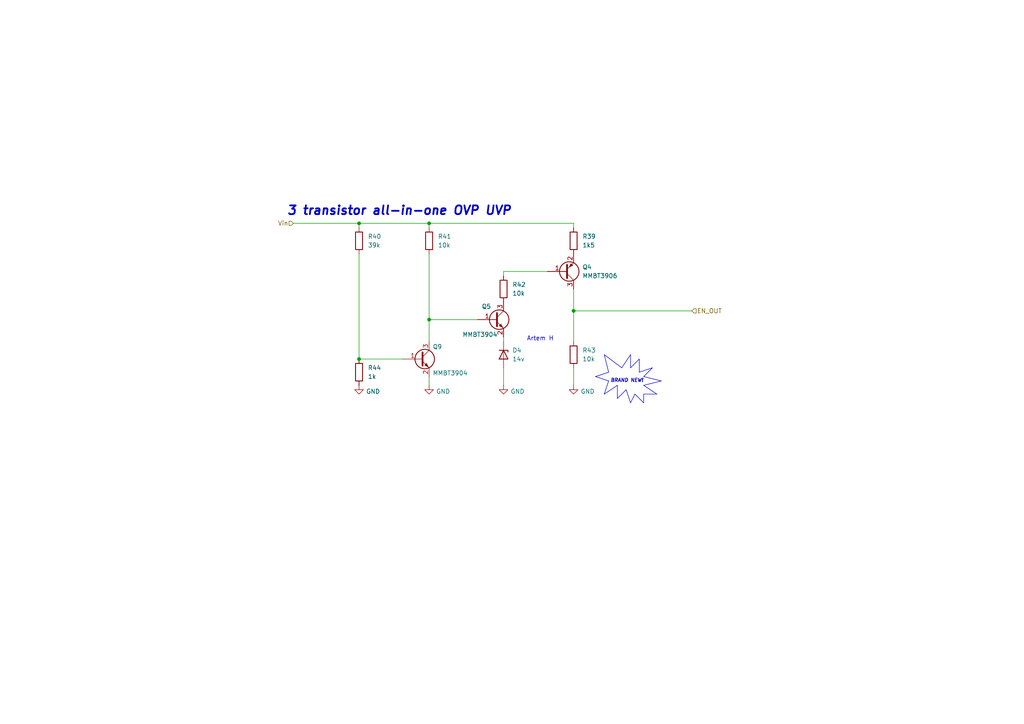
<source format=kicad_sch>
(kicad_sch (version 20231120) (generator "eeschema") (generator_version "8.0")
  (paper "A4")
  (title_block (date "2025-02-04") (rev "A") (company "Artem Horiunov") (comment 1 "DESIGNED IN POLAND"))
  (lib_symbols
    (symbol "Device:D_Zener" (pin_numbers hide) (pin_names (offset 1.016) hide)
      (property "Reference" "D" (at 0 2.54 0))
      (property "Value" "D_Zener" (at 0 -2.54 0))
      (symbol "D_Zener_0_1"
        (polyline (pts (xy 1.27 0) (xy -1.27 0)))
        (polyline (pts (xy -1.27 -1.27) (xy -1.27 1.27) (xy -0.762 1.27)) (stroke (width 0.254)))
        (polyline (pts (xy 1.27 -1.27) (xy 1.27 1.27) (xy -1.27 0) (xy 1.27 -1.27)) (stroke (width 0.254)))
      )
      (symbol "D_Zener_1_1"
        (pin passive line (at -3.81 0 0) (length 2.54) (name "K") (number "1"))
        (pin passive line (at 3.81 0 180) (length 2.54) (name "A") (number "2"))
      )
    )
    (symbol "Device:R" (pin_numbers hide) (pin_names (offset 0))
      (property "Reference" "R" (at 2.032 0 90))
      (property "Value" "R" (at 0 0 90))
      (symbol "R_0_1"
        (rectangle (start -1.016 -2.54) (end 1.016 2.54) (stroke (width 0.254)))
      )
      (symbol "R_1_1"
        (pin passive line (at 0 3.81 270) (length 1.27) (name "~") (number "1"))
        (pin passive line (at 0 -3.81 90) (length 1.27) (name "~") (number "2"))
      )
    )
    (symbol "Transistor_BJT:MMBT3904" (pin_names (offset 0) hide)
      (property "Reference" "Q" (at 5.08 1.905 0))
      (property "Value" "MMBT3904" (at 5.08 0 0))
      (symbol "MMBT3904_0_1"
        (polyline (pts (xy 0.635 0.635) (xy 2.54 2.54)))
        (polyline (pts (xy 0.635 -0.635) (xy 2.54 -2.54) (xy 2.54 -2.54)))
        (polyline (pts (xy 0.635 1.905) (xy 0.635 -1.905) (xy 0.635 -1.905)) (stroke (width 0.508)))
        (polyline (pts (xy 1.27 -1.778) (xy 1.778 -1.27) (xy 2.286 -2.286) (xy 1.27 -1.778) (xy 1.27 -1.778)) (fill (type outline)))
        (circle (center 1.27 0) (radius 2.8194) (stroke (width 0.254)))
      )
      (symbol "MMBT3904_1_1"
        (pin input line (at -5.08 0 0) (length 5.715) (name "B") (number "1"))
        (pin passive line (at 2.54 -5.08 90) (length 2.54) (name "E") (number "2"))
        (pin passive line (at 2.54 5.08 270) (length 2.54) (name "C") (number "3"))
      )
    )
    (symbol "Transistor_BJT:MMBT3906" (pin_names (offset 0) hide)
      (property "Reference" "Q" (at 5.08 1.905 0))
      (property "Value" "MMBT3906" (at 5.08 0 0))
      (symbol "MMBT3906_0_1"
        (polyline (pts (xy 0.635 0.635) (xy 2.54 2.54)))
        (polyline (pts (xy 0.635 -0.635) (xy 2.54 -2.54) (xy 2.54 -2.54)))
        (polyline (pts (xy 0.635 1.905) (xy 0.635 -1.905) (xy 0.635 -1.905)) (stroke (width 0.508)))
        (polyline (pts (xy 2.286 -1.778) (xy 1.778 -2.286) (xy 1.27 -1.27) (xy 2.286 -1.778) (xy 2.286 -1.778)) (fill (type outline)))
        (circle (center 1.27 0) (radius 2.8194) (stroke (width 0.254)))
      )
      (symbol "MMBT3906_1_1"
        (pin input line (at -5.08 0 0) (length 5.715) (name "B") (number "1"))
        (pin passive line (at 2.54 -5.08 90) (length 2.54) (name "E") (number "2"))
        (pin passive line (at 2.54 5.08 270) (length 2.54) (name "C") (number "3"))
      )
    )
    (symbol "power:GND" (power) (pin_numbers hide) (pin_names (offset 0) hide)
      (property "Value" "GND" (at 0 -3.81 0))
      (symbol "GND_0_1"
        (polyline (pts (xy 0 0) (xy 0 -1.27) (xy 1.27 -1.27) (xy 0 -2.54) (xy -1.27 -1.27) (xy 0 -1.27)))
      )
      (symbol "GND_1_1"
        (pin power_in line (at 0 0 270) (length 0) (name "~") (number "1"))
      )
    )
  )
  (junction (at 166.37 90.17))
  (junction (at 124.46 64.77))
  (junction (at 104.14 104.14))
  (junction (at 124.46 92.71))
  (junction (at 104.14 64.77))
  (wire (pts (xy 104.14 104.14) (xy 116.84 104.14)))
  (wire (pts (xy 124.46 92.71) (xy 124.46 99.06)))
  (wire (pts (xy 104.14 64.77) (xy 104.14 66.04)))
  (polyline (pts (xy 179.07 115.57) (xy 179.07 111.76)))
  (wire (pts (xy 166.37 64.77) (xy 166.37 66.04)))
  (wire (pts (xy 146.05 97.79) (xy 146.05 99.06)))
  (polyline (pts (xy 189.23 106.68) (xy 186.69 109.22)))
  (wire (pts (xy 146.05 78.74) (xy 158.75 78.74)))
  (polyline (pts (xy 182.88 116.84) (xy 181.61 113.03)))
  (polyline (pts (xy 186.69 111.76) (xy 190.5 114.3)))
  (polyline (pts (xy 176.53 110.49) (xy 172.72 109.22)))
  (polyline (pts (xy 172.72 109.22) (xy 176.53 107.95)))
  (polyline (pts (xy 186.69 116.84) (xy 184.15 114.3)))
  (polyline (pts (xy 181.61 113.03) (xy 179.07 115.57)))
  (wire (pts (xy 124.46 64.77) (xy 124.46 66.04)))
  (wire (pts (xy 166.37 90.17) (xy 166.37 99.06)))
  (polyline (pts (xy 182.88 102.87) (xy 182.88 106.68)))
  (polyline (pts (xy 185.42 104.14) (xy 185.42 107.95)))
  (polyline (pts (xy 184.15 114.3) (xy 182.88 116.84)))
  (wire (pts (xy 124.46 73.66) (xy 124.46 92.71)))
  (polyline (pts (xy 179.07 111.76) (xy 175.26 114.3)))
  (wire (pts (xy 104.14 73.66) (xy 104.14 104.14)))
  (wire (pts (xy 85.09 64.77) (xy 104.14 64.77)))
  (polyline (pts (xy 186.69 109.22) (xy 191.77 110.49)))
  (polyline (pts (xy 180.34 106.68) (xy 182.88 102.87)))
  (wire (pts (xy 124.46 64.77) (xy 166.37 64.77)))
  (wire (pts (xy 166.37 90.17) (xy 200.66 90.17)))
  (polyline (pts (xy 175.26 114.3) (xy 176.53 110.49)))
  (wire (pts (xy 146.05 106.68) (xy 146.05 111.76)))
  (polyline (pts (xy 191.77 110.49) (xy 186.69 111.76)))
  (polyline (pts (xy 190.5 114.3) (xy 186.69 114.3)))
  (polyline (pts (xy 176.53 107.95) (xy 175.26 102.87)))
  (wire (pts (xy 166.37 83.82) (xy 166.37 90.17)))
  (wire (pts (xy 104.14 64.77) (xy 124.46 64.77)))
  (polyline (pts (xy 185.42 107.95) (xy 189.23 106.68)))
  (wire (pts (xy 166.37 106.68) (xy 166.37 111.76)))
  (polyline (pts (xy 175.26 102.87) (xy 180.34 106.68)))
  (wire (pts (xy 146.05 78.74) (xy 146.05 80.01)))
  (wire (pts (xy 124.46 92.71) (xy 138.43 92.71)))
  (wire (pts (xy 124.46 109.22) (xy 124.46 111.76)))
  (polyline (pts (xy 186.69 114.3) (xy 186.69 116.84)))
  (polyline (pts (xy 182.88 106.68) (xy 185.42 104.14)))
  (text "BRAND NEW!" (at 181.864 110.49 0) (effects (font (size 1.016 1.016) (thickness 0.2032) (bold yes) (italic yes))))
  (text "Artem H" (at 156.718 98.298 0) (effects (font (size 1.27 1.27))))
  (text "3 transistor all-in-one OVP UVP" (at 115.824 61.214 0) (effects (font (size 2.54 2.54) (thickness 0.508) (bold yes) (italic yes))))
  (hierarchical_label "EN_OUT" (shape input) (at 200.66 90.17 0))
  (hierarchical_label "Vin" (shape input) (at 85.09 64.77 180))
  (symbol (lib_id "Device:D_Zener") (at 146.05 102.87 270) (unit 1)
    (property "Reference" "D4" (at 148.59 101.6 90) (effects (justify left)))
    (property "Value" "14v" (at 148.59 104.14 90) (effects (justify left)))
    (property "Footprint" "Diode_SMD:D_SOD-123" (effects (hide yes)))
    (property "Description" "Zener diode" (effects (hide yes)))
  )
  (symbol (lib_id "Device:R") (at 166.37 102.87 0) (unit 1)
    (property "Reference" "R43" (at 168.91 101.5999 0) (effects (justify left)))
    (property "Value" "10k" (at 168.91 104.1399 0) (effects (justify left)))
    (property "Footprint" "Resistor_SMD:R_0402_1005Metric" (effects (hide yes)))
    (property "Description" "Resistor" (effects (hide yes)))
  )
  (symbol (lib_id "Device:R") (at 166.37 69.85 0) (unit 1)
    (property "Reference" "R39" (at 168.91 68.5799 0) (effects (justify left)))
    (property "Value" "1k5" (at 168.91 71.1199 0) (effects (justify left)))
    (property "Footprint" "Resistor_SMD:R_0402_1005Metric" (effects (hide yes)))
    (property "Description" "Resistor" (effects (hide yes)))
  )
  (symbol (lib_id "Device:R") (at 146.05 83.82 0) (unit 1)
    (property "Reference" "R42" (at 148.59 82.5499 0) (effects (justify left)))
    (property "Value" "10k" (at 148.59 85.0899 0) (effects (justify left)))
    (property "Footprint" "Resistor_SMD:R_0402_1005Metric" (effects (hide yes)))
    (property "Description" "Resistor" (effects (hide yes)))
  )
  (symbol (lib_id "Transistor_BJT:MMBT3904") (at 121.92 104.14 0) (unit 1)
    (property "Reference" "Q9" (at 125.476 100.584 0) (effects (justify left)))
    (property "Value" "MMBT3904" (at 125.476 108.204 0) (effects (justify left)))
    (property "Footprint" "Package_TO_SOT_SMD:SOT-23" (effects (hide yes)))
    (property "Datasheet" "https://www.onsemi.com/pdf/datasheet/pzt3904-d.pdf" (effects (hide yes)))
    (property "Description" "0.2A Ic, 40V Vce, Small Signal NPN Transistor, SOT-23" (effects (hide yes)))
  )
  (symbol (lib_id "Transistor_BJT:MMBT3906") (at 163.83 78.74 0) (mirror x) (unit 1)
    (property "Reference" "Q4" (at 168.91 77.47 0) (effects (justify left)))
    (property "Value" "MMBT3906" (at 168.91 80.01 0) (effects (justify left)))
    (property "Footprint" "Package_TO_SOT_SMD:SOT-23" (effects (hide yes)))
    (property "Datasheet" "https://www.onsemi.com/pdf/datasheet/pzt3906-d.pdf" (effects (hide yes)))
    (property "Description" "-0.2A Ic, -40V Vce, Small Signal PNP Transistor, SOT-23" (effects (hide yes)))
  )
  (symbol (lib_id "Device:R") (at 104.14 69.85 0) (unit 1)
    (property "Reference" "R40" (at 106.68 68.5799 0) (effects (justify left)))
    (property "Value" "39k" (at 106.68 71.1199 0) (effects (justify left)))
    (property "Footprint" "Resistor_SMD:R_0402_1005Metric" (effects (hide yes)))
    (property "Description" "Resistor" (effects (hide yes)))
  )
  (symbol (lib_id "Device:R") (at 104.14 107.95 0) (unit 1)
    (property "Reference" "R44" (at 106.68 106.6799 0) (effects (justify left)))
    (property "Value" "1k" (at 106.68 109.2199 0) (effects (justify left)))
    (property "Footprint" "Resistor_SMD:R_0402_1005Metric" (effects (hide yes)))
    (property "Description" "Resistor" (effects (hide yes)))
  )
  (symbol (lib_id "Transistor_BJT:MMBT3904") (at 143.51 92.71 0) (unit 1)
    (property "Reference" "Q5" (at 139.7 88.9 0) (effects (justify left)))
    (property "Value" "MMBT3904" (at 134.112 97.028 0) (effects (justify left)))
    (property "Footprint" "Package_TO_SOT_SMD:SOT-23" (effects (hide yes)))
    (property "Datasheet" "https://www.onsemi.com/pdf/datasheet/pzt3904-d.pdf" (effects (hide yes)))
    (property "Description" "0.2A Ic, 40V Vce, Small Signal NPN Transistor, SOT-23" (effects (hide yes)))
  )
  (symbol (lib_id "power:GND") (at 104.14 111.76 0) (unit 1)
    (property "Reference" "#PWR0131" (effects (hide yes)))
    (property "Value" "GND" (at 108.204 113.538 0))
    (property "Description" "Power symbol creates a global label with name \"GND\" , ground" (effects (hide yes)))
  )
  (symbol (lib_id "Device:R") (at 124.46 69.85 0) (unit 1)
    (property "Reference" "R41" (at 127 68.5799 0) (effects (justify left)))
    (property "Value" "10k" (at 127 71.1199 0) (effects (justify left)))
    (property "Footprint" "Resistor_SMD:R_0402_1005Metric" (effects (hide yes)))
    (property "Description" "Resistor" (effects (hide yes)))
  )
  (symbol (lib_id "power:GND") (at 124.46 111.76 0) (unit 1)
    (property "Reference" "#PWR0132" (effects (hide yes)))
    (property "Value" "GND" (at 128.524 113.538 0))
    (property "Description" "Power symbol creates a global label with name \"GND\" , ground" (effects (hide yes)))
  )
  (symbol (lib_id "power:GND") (at 146.05 111.76 0) (unit 1)
    (property "Reference" "#PWR0133" (effects (hide yes)))
    (property "Value" "GND" (at 150.114 113.538 0))
    (property "Description" "Power symbol creates a global label with name \"GND\" , ground" (effects (hide yes)))
  )
  (symbol (lib_id "power:GND") (at 166.37 111.76 0) (unit 1)
    (property "Reference" "#PWR0134" (effects (hide yes)))
    (property "Value" "GND" (at 170.434 113.538 0))
    (property "Description" "Power symbol creates a global label with name \"GND\" , ground" (effects (hide yes)))
  )
)
</source>
